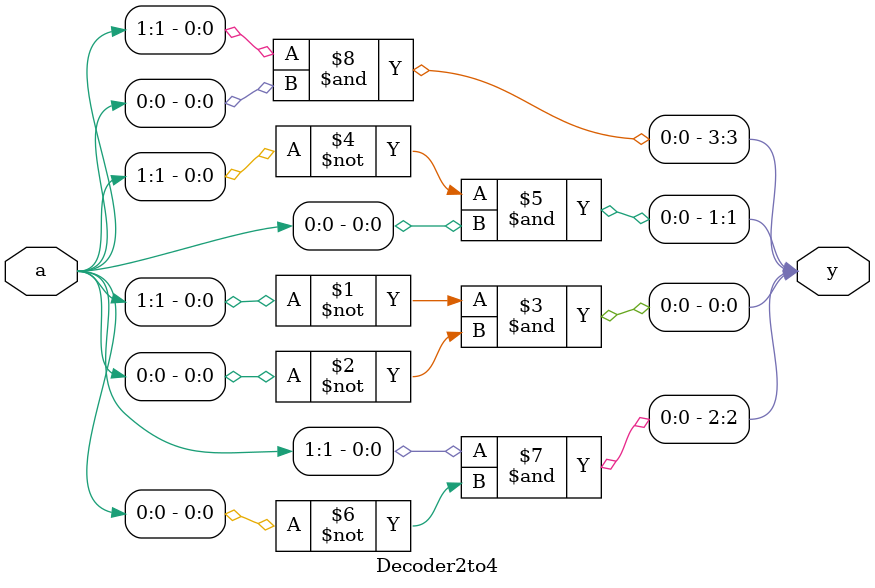
<source format=v>
module Decoder2to4(a,y);

input [1:0]a;
output [3:0]y;

assign y[0] = ~a[1] & ~a[0];
assign y[1] = ~a[1] & a[0];
assign y[2] = a[1] & ~a[0];
assign y[3] = a[1] & a[0];

endmodule

</source>
